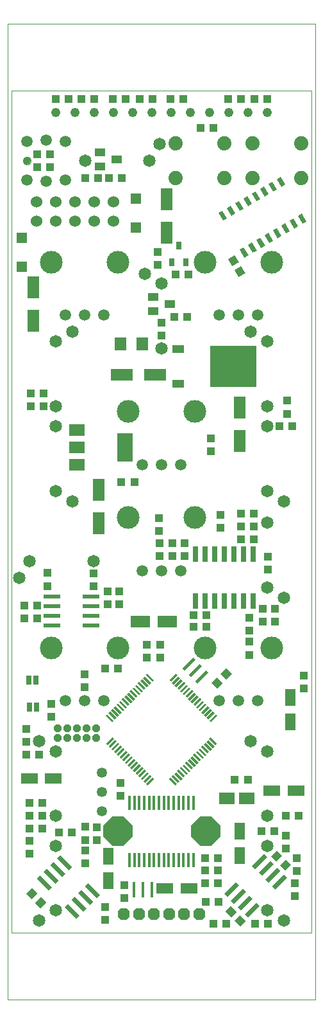
<source format=gbs>
G75*
%MOIN*%
%OFA0B0*%
%FSLAX25Y25*%
%IPPOS*%
%LPD*%
%AMOC8*
5,1,8,0,0,1.08239X$1,22.5*
%
%ADD10C,0.00000*%
%ADD11R,0.06299X0.11811*%
%ADD12R,0.04331X0.03937*%
%ADD13R,0.03937X0.04331*%
%ADD14R,0.04134X0.04252*%
%ADD15R,0.04252X0.04134*%
%ADD16R,0.11811X0.06299*%
%ADD17R,0.10236X0.06299*%
%ADD18R,0.05512X0.08661*%
%ADD19R,0.08661X0.05512*%
%ADD20R,0.07874X0.05906*%
%ADD21R,0.05512X0.05512*%
%ADD22R,0.02362X0.08661*%
%ADD23R,0.24409X0.21260*%
%ADD24R,0.06299X0.03937*%
%ADD25R,0.08661X0.02362*%
%ADD26R,0.02600X0.08000*%
%ADD27R,0.01181X0.04724*%
%ADD28R,0.02756X0.03937*%
%ADD29R,0.07900X0.05900*%
%ADD30R,0.07900X0.15000*%
%ADD31R,0.01500X0.07500*%
%ADD32C,0.06496*%
%ADD33OC8,0.04200*%
%ADD34R,0.05512X0.03937*%
%ADD35R,0.06299X0.07098*%
%ADD36OC8,0.06299*%
%ADD37OC8,0.15024*%
%ADD38C,0.07400*%
%ADD39C,0.05906*%
%ADD40C,0.03937*%
%ADD41C,0.04800*%
%ADD42C,0.11811*%
%ADD43R,0.01575X0.07874*%
%ADD44R,0.02362X0.04724*%
%ADD45C,0.06000*%
%ADD46C,0.05315*%
%ADD47R,0.02500X0.05000*%
D10*
X0006236Y0001000D02*
X0006236Y0506906D01*
X0166236Y0506906D01*
X0166236Y0001000D01*
X0006236Y0001000D01*
X0008204Y0035646D02*
X0008204Y0472260D01*
X0164267Y0472260D01*
X0164267Y0035646D01*
X0008204Y0035646D01*
X0014267Y0436000D02*
X0014269Y0436088D01*
X0014275Y0436176D01*
X0014285Y0436264D01*
X0014299Y0436352D01*
X0014316Y0436438D01*
X0014338Y0436524D01*
X0014363Y0436608D01*
X0014393Y0436692D01*
X0014425Y0436774D01*
X0014462Y0436854D01*
X0014502Y0436933D01*
X0014546Y0437010D01*
X0014593Y0437085D01*
X0014643Y0437157D01*
X0014697Y0437228D01*
X0014753Y0437295D01*
X0014813Y0437361D01*
X0014875Y0437423D01*
X0014941Y0437483D01*
X0015008Y0437539D01*
X0015079Y0437593D01*
X0015151Y0437643D01*
X0015226Y0437690D01*
X0015303Y0437734D01*
X0015382Y0437774D01*
X0015462Y0437811D01*
X0015544Y0437843D01*
X0015628Y0437873D01*
X0015712Y0437898D01*
X0015798Y0437920D01*
X0015884Y0437937D01*
X0015972Y0437951D01*
X0016060Y0437961D01*
X0016148Y0437967D01*
X0016236Y0437969D01*
X0016324Y0437967D01*
X0016412Y0437961D01*
X0016500Y0437951D01*
X0016588Y0437937D01*
X0016674Y0437920D01*
X0016760Y0437898D01*
X0016844Y0437873D01*
X0016928Y0437843D01*
X0017010Y0437811D01*
X0017090Y0437774D01*
X0017169Y0437734D01*
X0017246Y0437690D01*
X0017321Y0437643D01*
X0017393Y0437593D01*
X0017464Y0437539D01*
X0017531Y0437483D01*
X0017597Y0437423D01*
X0017659Y0437361D01*
X0017719Y0437295D01*
X0017775Y0437228D01*
X0017829Y0437157D01*
X0017879Y0437085D01*
X0017926Y0437010D01*
X0017970Y0436933D01*
X0018010Y0436854D01*
X0018047Y0436774D01*
X0018079Y0436692D01*
X0018109Y0436608D01*
X0018134Y0436524D01*
X0018156Y0436438D01*
X0018173Y0436352D01*
X0018187Y0436264D01*
X0018197Y0436176D01*
X0018203Y0436088D01*
X0018205Y0436000D01*
X0018203Y0435912D01*
X0018197Y0435824D01*
X0018187Y0435736D01*
X0018173Y0435648D01*
X0018156Y0435562D01*
X0018134Y0435476D01*
X0018109Y0435392D01*
X0018079Y0435308D01*
X0018047Y0435226D01*
X0018010Y0435146D01*
X0017970Y0435067D01*
X0017926Y0434990D01*
X0017879Y0434915D01*
X0017829Y0434843D01*
X0017775Y0434772D01*
X0017719Y0434705D01*
X0017659Y0434639D01*
X0017597Y0434577D01*
X0017531Y0434517D01*
X0017464Y0434461D01*
X0017393Y0434407D01*
X0017321Y0434357D01*
X0017246Y0434310D01*
X0017169Y0434266D01*
X0017090Y0434226D01*
X0017010Y0434189D01*
X0016928Y0434157D01*
X0016844Y0434127D01*
X0016760Y0434102D01*
X0016674Y0434080D01*
X0016588Y0434063D01*
X0016500Y0434049D01*
X0016412Y0434039D01*
X0016324Y0434033D01*
X0016236Y0434031D01*
X0016148Y0434033D01*
X0016060Y0434039D01*
X0015972Y0434049D01*
X0015884Y0434063D01*
X0015798Y0434080D01*
X0015712Y0434102D01*
X0015628Y0434127D01*
X0015544Y0434157D01*
X0015462Y0434189D01*
X0015382Y0434226D01*
X0015303Y0434266D01*
X0015226Y0434310D01*
X0015151Y0434357D01*
X0015079Y0434407D01*
X0015008Y0434461D01*
X0014941Y0434517D01*
X0014875Y0434577D01*
X0014813Y0434639D01*
X0014753Y0434705D01*
X0014697Y0434772D01*
X0014643Y0434843D01*
X0014593Y0434915D01*
X0014546Y0434990D01*
X0014502Y0435067D01*
X0014462Y0435146D01*
X0014425Y0435226D01*
X0014393Y0435308D01*
X0014363Y0435392D01*
X0014338Y0435476D01*
X0014316Y0435562D01*
X0014299Y0435648D01*
X0014285Y0435736D01*
X0014275Y0435824D01*
X0014269Y0435912D01*
X0014267Y0436000D01*
D11*
X0019673Y0370286D03*
X0019673Y0352964D03*
X0053423Y0265286D03*
X0053423Y0247964D03*
X0088736Y0398589D03*
X0088736Y0415911D03*
X0126861Y0308099D03*
X0126861Y0290776D03*
D12*
X0127577Y0239750D03*
X0134270Y0239750D03*
X0141548Y0230596D03*
X0141548Y0223904D03*
X0145298Y0203721D03*
X0145298Y0197029D03*
X0131861Y0199034D03*
X0131861Y0192341D03*
X0131861Y0186534D03*
X0131861Y0179841D03*
X0109582Y0200375D03*
X0102889Y0200375D03*
X0091861Y0231091D03*
X0091861Y0237784D03*
X0085298Y0237784D03*
X0085298Y0231091D03*
X0084986Y0243904D03*
X0084986Y0250596D03*
X0072082Y0269438D03*
X0065389Y0269438D03*
X0050923Y0222159D03*
X0050923Y0215466D03*
X0064361Y0212784D03*
X0064361Y0206091D03*
X0046236Y0169659D03*
X0046236Y0162966D03*
X0028736Y0154346D03*
X0028736Y0147654D03*
X0022707Y0127875D03*
X0016014Y0127875D03*
X0015923Y0134529D03*
X0015923Y0141221D03*
X0017486Y0083409D03*
X0017486Y0076716D03*
X0046548Y0078409D03*
X0046548Y0071716D03*
X0052486Y0083591D03*
X0052486Y0090284D03*
X0014986Y0198591D03*
X0014986Y0205284D03*
X0084361Y0382029D03*
X0084361Y0388721D03*
X0093514Y0376937D03*
X0100207Y0376937D03*
X0086236Y0352159D03*
X0086236Y0345466D03*
G36*
X0123004Y0381353D02*
X0120839Y0385101D01*
X0124246Y0387069D01*
X0126411Y0383321D01*
X0123004Y0381353D01*
G37*
G36*
X0126350Y0375556D02*
X0124185Y0379304D01*
X0127592Y0381272D01*
X0129757Y0377524D01*
X0126350Y0375556D01*
G37*
X0151548Y0311534D03*
X0151548Y0304841D03*
X0150923Y0085909D03*
X0150923Y0079216D03*
G36*
X0127400Y0038982D02*
X0124339Y0042043D01*
X0127122Y0044826D01*
X0130183Y0041765D01*
X0127400Y0038982D01*
G37*
G36*
X0122667Y0043714D02*
X0119606Y0046775D01*
X0122389Y0049558D01*
X0125450Y0046497D01*
X0122667Y0043714D01*
G37*
X0115832Y0051625D03*
X0115611Y0061404D03*
X0115611Y0068096D03*
X0109139Y0051625D03*
X0028111Y0432654D03*
X0028111Y0439346D03*
X0021548Y0439346D03*
X0021548Y0432654D03*
D13*
X0031327Y0467875D03*
X0038020Y0467875D03*
X0044452Y0467875D03*
X0051145Y0467875D03*
X0061014Y0467875D03*
X0067707Y0467875D03*
X0074764Y0467875D03*
X0081457Y0467875D03*
X0091014Y0467875D03*
X0097707Y0467875D03*
X0106639Y0452875D03*
X0113332Y0452875D03*
X0121014Y0467875D03*
X0127707Y0467875D03*
X0134452Y0467875D03*
X0141145Y0467875D03*
X0099582Y0355062D03*
X0092889Y0355062D03*
X0111861Y0292159D03*
X0111861Y0285466D03*
X0116861Y0252471D03*
X0116861Y0245779D03*
X0127577Y0246312D03*
X0127577Y0252875D03*
X0134270Y0252875D03*
X0134270Y0246312D03*
X0138736Y0203721D03*
X0138736Y0197029D03*
X0160298Y0169034D03*
X0160298Y0162341D03*
X0157707Y0096312D03*
X0151014Y0096312D03*
X0144895Y0088500D03*
G36*
X0146202Y0078438D02*
X0148985Y0075655D01*
X0145924Y0072594D01*
X0143141Y0075377D01*
X0146202Y0078438D01*
G37*
G36*
X0150935Y0073705D02*
X0153718Y0070922D01*
X0150657Y0067861D01*
X0147874Y0070644D01*
X0150935Y0073705D01*
G37*
X0156548Y0074346D03*
X0156548Y0067654D03*
X0155611Y0061221D03*
X0155611Y0054529D03*
X0141457Y0040375D03*
X0134764Y0040375D03*
X0119933Y0040337D03*
X0113240Y0040337D03*
X0108736Y0061404D03*
X0108736Y0068096D03*
X0108827Y0074438D03*
X0115520Y0074438D03*
X0138202Y0088500D03*
X0109582Y0194437D03*
X0102889Y0194437D03*
X0098111Y0231091D03*
X0098111Y0237784D03*
X0063500Y0172525D03*
X0056807Y0172525D03*
X0058111Y0206091D03*
X0058111Y0212784D03*
X0024895Y0308813D03*
X0024895Y0315375D03*
X0018202Y0315375D03*
X0018202Y0308813D03*
X0021548Y0205284D03*
X0021548Y0198591D03*
X0024270Y0102875D03*
X0024270Y0096312D03*
X0024270Y0089750D03*
X0017577Y0089750D03*
X0017577Y0096312D03*
X0017577Y0102875D03*
G36*
X0018547Y0053074D02*
X0015764Y0055857D01*
X0018825Y0058918D01*
X0021608Y0056135D01*
X0018547Y0053074D01*
G37*
G36*
X0023280Y0048341D02*
X0020497Y0051124D01*
X0023558Y0054185D01*
X0026341Y0051402D01*
X0023280Y0048341D01*
G37*
X0066861Y0053591D03*
X0066861Y0060284D03*
X0147577Y0298188D03*
X0154270Y0298188D03*
X0065520Y0426937D03*
X0058827Y0426937D03*
X0053332Y0426937D03*
X0046639Y0426937D03*
D14*
X0078728Y0185062D03*
X0078728Y0178500D03*
X0085618Y0178500D03*
X0085618Y0185062D03*
G36*
X0118105Y0165177D02*
X0115182Y0162254D01*
X0112177Y0165259D01*
X0115100Y0168182D01*
X0118105Y0165177D01*
G37*
G36*
X0122977Y0170049D02*
X0120054Y0167126D01*
X0117049Y0170131D01*
X0119972Y0173054D01*
X0122977Y0170049D01*
G37*
X0124353Y0115062D03*
X0131243Y0115062D03*
X0039681Y0087562D03*
X0032791Y0087562D03*
D15*
X0046548Y0090695D03*
X0046548Y0083805D03*
X0056861Y0049132D03*
X0056861Y0042243D03*
X0064986Y0106618D03*
X0064986Y0113507D03*
X0026861Y0215368D03*
X0026861Y0222257D03*
D16*
X0065699Y0325063D03*
X0083022Y0325063D03*
D17*
X0089260Y0196937D03*
X0075087Y0196937D03*
D18*
X0058423Y0075424D03*
X0058423Y0062826D03*
X0126861Y0075638D03*
X0126861Y0088237D03*
X0153111Y0145013D03*
X0153111Y0157612D03*
D19*
X0156285Y0109437D03*
X0143687Y0109437D03*
X0100660Y0058812D03*
X0088062Y0058812D03*
X0030035Y0115687D03*
X0017437Y0115687D03*
D20*
X0120180Y0105375D03*
X0130416Y0105375D03*
D21*
X0072798Y0401332D03*
X0072798Y0416293D03*
X0013423Y0395980D03*
X0013423Y0381020D03*
D22*
G36*
X0039706Y0069807D02*
X0038036Y0068137D01*
X0031914Y0074259D01*
X0033584Y0075929D01*
X0039706Y0069807D01*
G37*
G36*
X0050646Y0051795D02*
X0048976Y0050125D01*
X0042854Y0056247D01*
X0044524Y0057917D01*
X0050646Y0051795D01*
G37*
G36*
X0054182Y0055330D02*
X0052512Y0053660D01*
X0046390Y0059782D01*
X0048060Y0061452D01*
X0054182Y0055330D01*
G37*
G36*
X0047111Y0048259D02*
X0045441Y0046589D01*
X0039319Y0052711D01*
X0040989Y0054381D01*
X0047111Y0048259D01*
G37*
G36*
X0043575Y0044724D02*
X0041905Y0043054D01*
X0035783Y0049176D01*
X0037453Y0050846D01*
X0043575Y0044724D01*
G37*
G36*
X0036170Y0066271D02*
X0034500Y0064601D01*
X0028378Y0070723D01*
X0030048Y0072393D01*
X0036170Y0066271D01*
G37*
G36*
X0032635Y0062735D02*
X0030965Y0061065D01*
X0024843Y0067187D01*
X0026513Y0068857D01*
X0032635Y0062735D01*
G37*
G36*
X0029099Y0059200D02*
X0027429Y0057530D01*
X0021307Y0063652D01*
X0022977Y0065322D01*
X0029099Y0059200D01*
G37*
G36*
X0124967Y0062058D02*
X0126637Y0060388D01*
X0120515Y0054266D01*
X0118845Y0055936D01*
X0124967Y0062058D01*
G37*
G36*
X0128502Y0058523D02*
X0130172Y0056853D01*
X0124050Y0050731D01*
X0122380Y0052401D01*
X0128502Y0058523D01*
G37*
G36*
X0132038Y0054987D02*
X0133708Y0053317D01*
X0127586Y0047195D01*
X0125916Y0048865D01*
X0132038Y0054987D01*
G37*
G36*
X0135573Y0051452D02*
X0137243Y0049782D01*
X0131121Y0043660D01*
X0129451Y0045330D01*
X0135573Y0051452D01*
G37*
G36*
X0142978Y0072999D02*
X0144648Y0071329D01*
X0138526Y0065207D01*
X0136856Y0066877D01*
X0142978Y0072999D01*
G37*
G36*
X0146514Y0069463D02*
X0148184Y0067793D01*
X0142062Y0061671D01*
X0140392Y0063341D01*
X0146514Y0069463D01*
G37*
G36*
X0150049Y0065928D02*
X0151719Y0064258D01*
X0145597Y0058136D01*
X0143927Y0059806D01*
X0150049Y0065928D01*
G37*
G36*
X0139443Y0076534D02*
X0141113Y0074864D01*
X0134991Y0068742D01*
X0133321Y0070412D01*
X0139443Y0076534D01*
G37*
D23*
X0123578Y0329438D03*
D24*
X0094838Y0338414D03*
X0094838Y0320461D03*
D25*
X0049597Y0210062D03*
X0049597Y0205062D03*
X0049597Y0200062D03*
X0049597Y0195062D03*
X0029125Y0195062D03*
X0029125Y0200062D03*
X0029125Y0205062D03*
X0029125Y0210062D03*
D26*
X0103736Y0207650D03*
X0108736Y0207650D03*
X0113736Y0207650D03*
X0118736Y0207650D03*
X0123736Y0207650D03*
X0128736Y0207650D03*
X0133736Y0207650D03*
X0133736Y0231850D03*
X0128736Y0231850D03*
X0123736Y0231850D03*
X0118736Y0231850D03*
X0113736Y0231850D03*
X0108736Y0231850D03*
X0103736Y0231850D03*
D27*
G36*
X0091070Y0165879D02*
X0090235Y0166714D01*
X0093574Y0170053D01*
X0094409Y0169218D01*
X0091070Y0165879D01*
G37*
G36*
X0092462Y0164487D02*
X0091627Y0165322D01*
X0094966Y0168661D01*
X0095801Y0167826D01*
X0092462Y0164487D01*
G37*
G36*
X0093854Y0163095D02*
X0093019Y0163930D01*
X0096358Y0167269D01*
X0097193Y0166434D01*
X0093854Y0163095D01*
G37*
G36*
X0095246Y0161703D02*
X0094411Y0162538D01*
X0097750Y0165877D01*
X0098585Y0165042D01*
X0095246Y0161703D01*
G37*
G36*
X0096638Y0160311D02*
X0095803Y0161146D01*
X0099142Y0164485D01*
X0099977Y0163650D01*
X0096638Y0160311D01*
G37*
G36*
X0098030Y0158919D02*
X0097195Y0159754D01*
X0100534Y0163093D01*
X0101369Y0162258D01*
X0098030Y0158919D01*
G37*
G36*
X0099422Y0157527D02*
X0098587Y0158362D01*
X0101926Y0161701D01*
X0102761Y0160866D01*
X0099422Y0157527D01*
G37*
G36*
X0100814Y0156135D02*
X0099979Y0156970D01*
X0103318Y0160309D01*
X0104153Y0159474D01*
X0100814Y0156135D01*
G37*
G36*
X0102206Y0154743D02*
X0101371Y0155578D01*
X0104710Y0158917D01*
X0105545Y0158082D01*
X0102206Y0154743D01*
G37*
G36*
X0103598Y0153351D02*
X0102763Y0154186D01*
X0106102Y0157525D01*
X0106937Y0156690D01*
X0103598Y0153351D01*
G37*
G36*
X0104990Y0151959D02*
X0104155Y0152794D01*
X0107494Y0156133D01*
X0108329Y0155298D01*
X0104990Y0151959D01*
G37*
G36*
X0106382Y0150567D02*
X0105547Y0151402D01*
X0108886Y0154741D01*
X0109721Y0153906D01*
X0106382Y0150567D01*
G37*
G36*
X0107774Y0149176D02*
X0106939Y0150011D01*
X0110278Y0153350D01*
X0111113Y0152515D01*
X0107774Y0149176D01*
G37*
G36*
X0109166Y0147784D02*
X0108331Y0148619D01*
X0111670Y0151958D01*
X0112505Y0151123D01*
X0109166Y0147784D01*
G37*
G36*
X0110558Y0146392D02*
X0109723Y0147227D01*
X0113062Y0150566D01*
X0113897Y0149731D01*
X0110558Y0146392D01*
G37*
G36*
X0111950Y0145000D02*
X0111115Y0145835D01*
X0114454Y0149174D01*
X0115289Y0148339D01*
X0111950Y0145000D01*
G37*
G36*
X0111044Y0136236D02*
X0111879Y0137071D01*
X0115218Y0133732D01*
X0114383Y0132897D01*
X0111044Y0136236D01*
G37*
G36*
X0109652Y0134844D02*
X0110487Y0135679D01*
X0113826Y0132340D01*
X0112991Y0131505D01*
X0109652Y0134844D01*
G37*
G36*
X0108260Y0133452D02*
X0109095Y0134287D01*
X0112434Y0130948D01*
X0111599Y0130113D01*
X0108260Y0133452D01*
G37*
G36*
X0106868Y0132060D02*
X0107703Y0132895D01*
X0111042Y0129556D01*
X0110207Y0128721D01*
X0106868Y0132060D01*
G37*
G36*
X0105476Y0130668D02*
X0106311Y0131503D01*
X0109650Y0128164D01*
X0108815Y0127329D01*
X0105476Y0130668D01*
G37*
G36*
X0104084Y0129276D02*
X0104919Y0130111D01*
X0108258Y0126772D01*
X0107423Y0125937D01*
X0104084Y0129276D01*
G37*
G36*
X0102692Y0127884D02*
X0103527Y0128719D01*
X0106866Y0125380D01*
X0106031Y0124545D01*
X0102692Y0127884D01*
G37*
G36*
X0101300Y0126492D02*
X0102135Y0127327D01*
X0105474Y0123988D01*
X0104639Y0123153D01*
X0101300Y0126492D01*
G37*
G36*
X0099908Y0125100D02*
X0100743Y0125935D01*
X0104082Y0122596D01*
X0103247Y0121761D01*
X0099908Y0125100D01*
G37*
G36*
X0098516Y0123709D02*
X0099351Y0124544D01*
X0102690Y0121205D01*
X0101855Y0120370D01*
X0098516Y0123709D01*
G37*
G36*
X0097124Y0122317D02*
X0097959Y0123152D01*
X0101298Y0119813D01*
X0100463Y0118978D01*
X0097124Y0122317D01*
G37*
G36*
X0095732Y0120925D02*
X0096567Y0121760D01*
X0099906Y0118421D01*
X0099071Y0117586D01*
X0095732Y0120925D01*
G37*
G36*
X0094341Y0119533D02*
X0095176Y0120368D01*
X0098515Y0117029D01*
X0097680Y0116194D01*
X0094341Y0119533D01*
G37*
G36*
X0092949Y0118141D02*
X0093784Y0118976D01*
X0097123Y0115637D01*
X0096288Y0114802D01*
X0092949Y0118141D01*
G37*
G36*
X0091557Y0116749D02*
X0092392Y0117584D01*
X0095731Y0114245D01*
X0094896Y0113410D01*
X0091557Y0116749D01*
G37*
G36*
X0090165Y0115357D02*
X0091000Y0116192D01*
X0094339Y0112853D01*
X0093504Y0112018D01*
X0090165Y0115357D01*
G37*
G36*
X0081542Y0116263D02*
X0082377Y0115428D01*
X0079038Y0112089D01*
X0078203Y0112924D01*
X0081542Y0116263D01*
G37*
G36*
X0080151Y0117655D02*
X0080986Y0116820D01*
X0077647Y0113481D01*
X0076812Y0114316D01*
X0080151Y0117655D01*
G37*
G36*
X0078759Y0119046D02*
X0079594Y0118211D01*
X0076255Y0114872D01*
X0075420Y0115707D01*
X0078759Y0119046D01*
G37*
G36*
X0077367Y0120438D02*
X0078202Y0119603D01*
X0074863Y0116264D01*
X0074028Y0117099D01*
X0077367Y0120438D01*
G37*
G36*
X0075975Y0121830D02*
X0076810Y0120995D01*
X0073471Y0117656D01*
X0072636Y0118491D01*
X0075975Y0121830D01*
G37*
G36*
X0074583Y0123222D02*
X0075418Y0122387D01*
X0072079Y0119048D01*
X0071244Y0119883D01*
X0074583Y0123222D01*
G37*
G36*
X0073191Y0124614D02*
X0074026Y0123779D01*
X0070687Y0120440D01*
X0069852Y0121275D01*
X0073191Y0124614D01*
G37*
G36*
X0071799Y0126006D02*
X0072634Y0125171D01*
X0069295Y0121832D01*
X0068460Y0122667D01*
X0071799Y0126006D01*
G37*
G36*
X0070407Y0127398D02*
X0071242Y0126563D01*
X0067903Y0123224D01*
X0067068Y0124059D01*
X0070407Y0127398D01*
G37*
G36*
X0069015Y0128790D02*
X0069850Y0127955D01*
X0066511Y0124616D01*
X0065676Y0125451D01*
X0069015Y0128790D01*
G37*
G36*
X0067623Y0130182D02*
X0068458Y0129347D01*
X0065119Y0126008D01*
X0064284Y0126843D01*
X0067623Y0130182D01*
G37*
G36*
X0066231Y0131574D02*
X0067066Y0130739D01*
X0063727Y0127400D01*
X0062892Y0128235D01*
X0066231Y0131574D01*
G37*
G36*
X0064839Y0132966D02*
X0065674Y0132131D01*
X0062335Y0128792D01*
X0061500Y0129627D01*
X0064839Y0132966D01*
G37*
G36*
X0063447Y0134358D02*
X0064282Y0133523D01*
X0060943Y0130184D01*
X0060108Y0131019D01*
X0063447Y0134358D01*
G37*
G36*
X0062055Y0135750D02*
X0062890Y0134915D01*
X0059551Y0131576D01*
X0058716Y0132411D01*
X0062055Y0135750D01*
G37*
G36*
X0060663Y0137142D02*
X0061498Y0136307D01*
X0058159Y0132968D01*
X0057324Y0133803D01*
X0060663Y0137142D01*
G37*
G36*
X0061357Y0145835D02*
X0060522Y0145000D01*
X0057183Y0148339D01*
X0058018Y0149174D01*
X0061357Y0145835D01*
G37*
G36*
X0062749Y0147227D02*
X0061914Y0146392D01*
X0058575Y0149731D01*
X0059410Y0150566D01*
X0062749Y0147227D01*
G37*
G36*
X0064141Y0148619D02*
X0063306Y0147784D01*
X0059967Y0151123D01*
X0060802Y0151958D01*
X0064141Y0148619D01*
G37*
G36*
X0065533Y0150011D02*
X0064698Y0149176D01*
X0061359Y0152515D01*
X0062194Y0153350D01*
X0065533Y0150011D01*
G37*
G36*
X0066925Y0151402D02*
X0066090Y0150567D01*
X0062751Y0153906D01*
X0063586Y0154741D01*
X0066925Y0151402D01*
G37*
G36*
X0068317Y0152794D02*
X0067482Y0151959D01*
X0064143Y0155298D01*
X0064978Y0156133D01*
X0068317Y0152794D01*
G37*
G36*
X0069709Y0154186D02*
X0068874Y0153351D01*
X0065535Y0156690D01*
X0066370Y0157525D01*
X0069709Y0154186D01*
G37*
G36*
X0071101Y0155578D02*
X0070266Y0154743D01*
X0066927Y0158082D01*
X0067762Y0158917D01*
X0071101Y0155578D01*
G37*
G36*
X0072492Y0156970D02*
X0071657Y0156135D01*
X0068318Y0159474D01*
X0069153Y0160309D01*
X0072492Y0156970D01*
G37*
G36*
X0073884Y0158362D02*
X0073049Y0157527D01*
X0069710Y0160866D01*
X0070545Y0161701D01*
X0073884Y0158362D01*
G37*
G36*
X0075276Y0159754D02*
X0074441Y0158919D01*
X0071102Y0162258D01*
X0071937Y0163093D01*
X0075276Y0159754D01*
G37*
G36*
X0076668Y0161146D02*
X0075833Y0160311D01*
X0072494Y0163650D01*
X0073329Y0164485D01*
X0076668Y0161146D01*
G37*
G36*
X0078060Y0162538D02*
X0077225Y0161703D01*
X0073886Y0165042D01*
X0074721Y0165877D01*
X0078060Y0162538D01*
G37*
G36*
X0079452Y0163930D02*
X0078617Y0163095D01*
X0075278Y0166434D01*
X0076113Y0167269D01*
X0079452Y0163930D01*
G37*
G36*
X0080844Y0165322D02*
X0080009Y0164487D01*
X0076670Y0167826D01*
X0077505Y0168661D01*
X0080844Y0165322D01*
G37*
G36*
X0082236Y0166714D02*
X0081401Y0165879D01*
X0078062Y0169218D01*
X0078897Y0170053D01*
X0082236Y0166714D01*
G37*
D28*
X0091558Y0383232D03*
X0095298Y0391893D03*
X0099038Y0383232D03*
D29*
X0042273Y0296350D03*
X0042273Y0287350D03*
X0042273Y0278350D03*
D30*
X0067073Y0287250D03*
D31*
X0069572Y0102960D03*
X0072131Y0102960D03*
X0074690Y0102960D03*
X0077250Y0102960D03*
X0079809Y0102960D03*
X0082368Y0102960D03*
X0084927Y0102960D03*
X0087486Y0102960D03*
X0090045Y0102960D03*
X0092604Y0102960D03*
X0095163Y0102960D03*
X0097722Y0102960D03*
X0100281Y0102960D03*
X0102840Y0102960D03*
X0102840Y0073415D03*
X0100281Y0073415D03*
X0097722Y0073415D03*
X0095163Y0073415D03*
X0092604Y0073415D03*
X0090045Y0073415D03*
X0087486Y0073415D03*
X0084927Y0073415D03*
X0082368Y0073415D03*
X0079809Y0073415D03*
X0077250Y0073415D03*
X0074690Y0073415D03*
X0072131Y0073415D03*
X0069572Y0073415D03*
D32*
X0031236Y0080685D03*
X0031236Y0096315D03*
X0031236Y0129780D03*
X0022486Y0135000D03*
X0012236Y0219750D03*
X0017456Y0228500D03*
X0031236Y0264720D03*
X0039986Y0259500D03*
X0050921Y0228500D03*
X0031236Y0298185D03*
X0031236Y0308815D03*
X0031236Y0342280D03*
X0039986Y0347500D03*
X0046551Y0436000D03*
X0077486Y0377500D03*
X0086236Y0372280D03*
X0086236Y0338815D03*
X0080015Y0436000D03*
X0085236Y0444750D03*
X0132486Y0347500D03*
X0141236Y0342280D03*
X0141236Y0308815D03*
X0141236Y0298185D03*
X0141236Y0264720D03*
X0141236Y0248185D03*
X0149986Y0259500D03*
X0141236Y0214720D03*
X0149986Y0209500D03*
X0132486Y0135000D03*
X0141236Y0129780D03*
X0141236Y0096315D03*
X0141236Y0080685D03*
X0141236Y0047220D03*
X0149986Y0042000D03*
X0031236Y0047220D03*
X0022486Y0042000D03*
D33*
X0032173Y0136625D03*
X0032173Y0141625D03*
X0037173Y0141625D03*
X0037173Y0136625D03*
X0042173Y0136625D03*
X0042173Y0141625D03*
X0047173Y0141625D03*
X0047173Y0136625D03*
X0052173Y0136625D03*
X0052173Y0141625D03*
D34*
X0081905Y0357885D03*
X0081905Y0365365D03*
X0090566Y0361625D03*
X0062754Y0436625D03*
X0054093Y0432885D03*
X0054093Y0440365D03*
D35*
X0065012Y0341000D03*
X0076209Y0341000D03*
D36*
X0074425Y0045193D03*
X0066551Y0045193D03*
X0082299Y0045193D03*
X0090173Y0045193D03*
X0098047Y0045193D03*
X0105921Y0045193D03*
D37*
X0109070Y0088500D03*
X0063401Y0088500D03*
D38*
X0093436Y0427100D03*
X0093436Y0444900D03*
X0119036Y0444900D03*
X0119036Y0427100D03*
X0133436Y0427100D03*
X0133436Y0444900D03*
X0159036Y0444900D03*
X0159036Y0427100D03*
D39*
X0136078Y0355941D03*
X0126236Y0355941D03*
X0116393Y0355941D03*
X0096078Y0278441D03*
X0086236Y0278441D03*
X0076393Y0278441D03*
X0076393Y0223441D03*
X0086236Y0223441D03*
X0096078Y0223441D03*
X0116393Y0155941D03*
X0126236Y0155941D03*
X0136078Y0155941D03*
X0056078Y0155941D03*
X0046236Y0155941D03*
X0036393Y0155941D03*
X0036393Y0355941D03*
X0046236Y0355941D03*
X0056078Y0355941D03*
X0036236Y0426000D03*
X0036236Y0446000D03*
X0026236Y0446630D03*
X0026236Y0425370D03*
X0016236Y0426000D03*
X0016236Y0446000D03*
D40*
X0016236Y0436000D03*
D41*
X0031236Y0461000D03*
X0041236Y0461000D03*
X0051236Y0461000D03*
X0061236Y0461000D03*
X0071236Y0461000D03*
X0081236Y0461000D03*
X0091236Y0461000D03*
X0101236Y0461000D03*
X0111236Y0461000D03*
X0121236Y0461000D03*
X0131236Y0461000D03*
X0141236Y0461000D03*
D42*
X0143559Y0383500D03*
X0108913Y0383500D03*
X0103559Y0306000D03*
X0103559Y0251000D03*
X0108913Y0183500D03*
X0143559Y0183500D03*
X0068913Y0251000D03*
X0068913Y0306000D03*
X0063559Y0383500D03*
X0028913Y0383500D03*
X0028913Y0183500D03*
X0063559Y0183500D03*
D43*
G36*
X0102714Y0178397D02*
X0103827Y0177284D01*
X0098260Y0171717D01*
X0097147Y0172830D01*
X0102714Y0178397D01*
G37*
G36*
X0106054Y0175057D02*
X0107167Y0173944D01*
X0101600Y0168377D01*
X0100487Y0169490D01*
X0106054Y0175057D01*
G37*
G36*
X0109395Y0171716D02*
X0110508Y0170603D01*
X0104941Y0165036D01*
X0103828Y0166149D01*
X0109395Y0171716D01*
G37*
X0081273Y0057875D03*
X0076548Y0057875D03*
X0071824Y0057875D03*
D44*
G36*
X0131409Y0386988D02*
X0129364Y0385807D01*
X0127003Y0389898D01*
X0129048Y0391079D01*
X0131409Y0386988D01*
G37*
G36*
X0135740Y0389488D02*
X0133695Y0388307D01*
X0131334Y0392398D01*
X0133379Y0393579D01*
X0135740Y0389488D01*
G37*
G36*
X0140070Y0391988D02*
X0138025Y0390807D01*
X0135664Y0394898D01*
X0137709Y0396079D01*
X0140070Y0391988D01*
G37*
G36*
X0144400Y0394488D02*
X0142355Y0393307D01*
X0139994Y0397398D01*
X0142039Y0398579D01*
X0144400Y0394488D01*
G37*
G36*
X0148730Y0396988D02*
X0146685Y0395807D01*
X0144324Y0399898D01*
X0146369Y0401079D01*
X0148730Y0396988D01*
G37*
G36*
X0153060Y0399488D02*
X0151015Y0398307D01*
X0148654Y0402398D01*
X0150699Y0403579D01*
X0153060Y0399488D01*
G37*
G36*
X0157390Y0401988D02*
X0155345Y0400807D01*
X0152984Y0404898D01*
X0155029Y0406079D01*
X0157390Y0401988D01*
G37*
G36*
X0161720Y0404488D02*
X0159675Y0403307D01*
X0157314Y0407398D01*
X0159359Y0408579D01*
X0161720Y0404488D01*
G37*
G36*
X0150697Y0423581D02*
X0148652Y0422400D01*
X0146291Y0426491D01*
X0148336Y0427672D01*
X0150697Y0423581D01*
G37*
G36*
X0146367Y0421081D02*
X0144322Y0419900D01*
X0141961Y0423991D01*
X0144006Y0425172D01*
X0146367Y0421081D01*
G37*
G36*
X0142037Y0418581D02*
X0139992Y0417400D01*
X0137631Y0421491D01*
X0139676Y0422672D01*
X0142037Y0418581D01*
G37*
G36*
X0137706Y0416081D02*
X0135661Y0414900D01*
X0133300Y0418991D01*
X0135345Y0420172D01*
X0137706Y0416081D01*
G37*
G36*
X0133376Y0413581D02*
X0131331Y0412400D01*
X0128970Y0416491D01*
X0131015Y0417672D01*
X0133376Y0413581D01*
G37*
G36*
X0129046Y0411081D02*
X0127001Y0409900D01*
X0124640Y0413991D01*
X0126685Y0415172D01*
X0129046Y0411081D01*
G37*
G36*
X0124716Y0408581D02*
X0122671Y0407400D01*
X0120310Y0411491D01*
X0122355Y0412672D01*
X0124716Y0408581D01*
G37*
G36*
X0120386Y0406081D02*
X0118341Y0404900D01*
X0115980Y0408991D01*
X0118025Y0410172D01*
X0120386Y0406081D01*
G37*
D45*
X0061236Y0404750D03*
X0061236Y0414750D03*
X0051236Y0414750D03*
X0051236Y0404750D03*
X0041236Y0404750D03*
X0041236Y0414750D03*
X0031236Y0414750D03*
X0031236Y0404750D03*
X0021236Y0404750D03*
X0021236Y0414750D03*
D46*
X0055298Y0118812D03*
X0055298Y0108812D03*
X0055298Y0098812D03*
D47*
X0021132Y0152563D03*
X0017589Y0152563D03*
X0017277Y0166625D03*
X0020820Y0166625D03*
M02*

</source>
